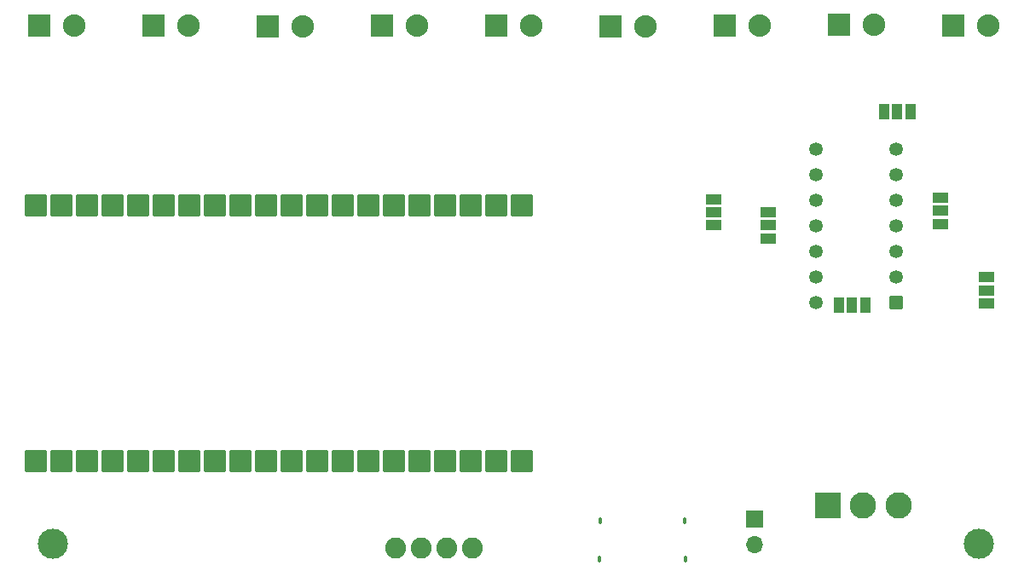
<source format=gbs>
G04 #@! TF.GenerationSoftware,KiCad,Pcbnew,7.0.6*
G04 #@! TF.CreationDate,2024-06-10T15:38:19+10:00*
G04 #@! TF.ProjectId,AnalogVoltMeterClock,416e616c-6f67-4566-9f6c-744d65746572,rev?*
G04 #@! TF.SameCoordinates,Original*
G04 #@! TF.FileFunction,Soldermask,Bot*
G04 #@! TF.FilePolarity,Negative*
%FSLAX46Y46*%
G04 Gerber Fmt 4.6, Leading zero omitted, Abs format (unit mm)*
G04 Created by KiCad (PCBNEW 7.0.6) date 2024-06-10 15:38:19*
%MOMM*%
%LPD*%
G01*
G04 APERTURE LIST*
G04 Aperture macros list*
%AMRoundRect*
0 Rectangle with rounded corners*
0 $1 Rounding radius*
0 $2 $3 $4 $5 $6 $7 $8 $9 X,Y pos of 4 corners*
0 Add a 4 corners polygon primitive as box body*
4,1,4,$2,$3,$4,$5,$6,$7,$8,$9,$2,$3,0*
0 Add four circle primitives for the rounded corners*
1,1,$1+$1,$2,$3*
1,1,$1+$1,$4,$5*
1,1,$1+$1,$6,$7*
1,1,$1+$1,$8,$9*
0 Add four rect primitives between the rounded corners*
20,1,$1+$1,$2,$3,$4,$5,0*
20,1,$1+$1,$4,$5,$6,$7,0*
20,1,$1+$1,$6,$7,$8,$9,0*
20,1,$1+$1,$8,$9,$2,$3,0*%
G04 Aperture macros list end*
%ADD10RoundRect,0.102000X-1.000000X1.000000X-1.000000X-1.000000X1.000000X-1.000000X1.000000X1.000000X0*%
%ADD11RoundRect,0.102000X0.570000X0.570000X-0.570000X0.570000X-0.570000X-0.570000X0.570000X-0.570000X0*%
%ADD12C,1.344000*%
%ADD13R,1.700000X1.700000*%
%ADD14O,1.700000X1.700000*%
%ADD15RoundRect,0.101600X-1.016000X-1.016000X1.016000X-1.016000X1.016000X1.016000X-1.016000X1.016000X0*%
%ADD16C,2.235200*%
%ADD17C,3.000000*%
%ADD18O,0.300000X0.800000*%
%ADD19RoundRect,0.101600X-1.206500X-1.206500X1.206500X-1.206500X1.206500X1.206500X-1.206500X1.206500X0*%
%ADD20C,2.616200*%
%ADD21C,2.082800*%
%ADD22R,1.000000X1.500000*%
%ADD23R,1.500000X1.000000*%
G04 APERTURE END LIST*
D10*
X127560000Y-92180000D03*
X125020000Y-92180000D03*
X122480000Y-92180000D03*
X119940000Y-92180000D03*
X117400000Y-92180000D03*
X114860000Y-92180000D03*
X112320000Y-92180000D03*
X109780000Y-92180000D03*
X107240000Y-92180000D03*
X104700000Y-92180000D03*
X102160000Y-92180000D03*
X99620000Y-92180000D03*
X97080000Y-92180000D03*
X94540000Y-92180000D03*
X92000000Y-92180000D03*
X89460000Y-92180000D03*
X86920000Y-92180000D03*
X84380000Y-92180000D03*
X81840000Y-92180000D03*
X79300000Y-92180000D03*
X79300000Y-117580000D03*
X81840000Y-117580000D03*
X84380000Y-117580000D03*
X86920000Y-117580000D03*
X89460000Y-117580000D03*
X92000000Y-117580000D03*
X94540000Y-117580000D03*
X97080000Y-117580000D03*
X99620000Y-117580000D03*
X102160000Y-117580000D03*
X104700000Y-117580000D03*
X107240000Y-117580000D03*
X109780000Y-117580000D03*
X112320000Y-117580000D03*
X114860000Y-117580000D03*
X117400000Y-117580000D03*
X119940000Y-117580000D03*
X122480000Y-117580000D03*
X125020000Y-117580000D03*
X127560000Y-117580000D03*
D11*
X164720000Y-101860000D03*
D12*
X164720000Y-99320000D03*
X164720000Y-96780000D03*
X164720000Y-94240000D03*
X164720000Y-91700000D03*
X164720000Y-89160000D03*
X164720000Y-86620000D03*
X156780000Y-86620000D03*
X156780000Y-89160000D03*
X156780000Y-91700000D03*
X156780000Y-94240000D03*
X156780000Y-96780000D03*
X156780000Y-99320000D03*
X156780000Y-101860000D03*
D13*
X150670000Y-123390000D03*
D14*
X150670000Y-125930000D03*
D15*
X147740000Y-74350000D03*
D16*
X151240000Y-74350000D03*
D15*
X79670000Y-74350000D03*
D16*
X83170000Y-74350000D03*
D15*
X113705000Y-74350000D03*
D16*
X117205000Y-74350000D03*
D15*
X159085000Y-74250000D03*
D16*
X162585000Y-74250000D03*
D17*
X173000000Y-125850000D03*
D15*
X125050000Y-74350000D03*
D16*
X128550000Y-74350000D03*
D18*
X135330000Y-127350000D03*
X135345000Y-123562500D03*
X143795000Y-123562500D03*
X143810000Y-127350000D03*
D15*
X91015000Y-74350000D03*
D16*
X94515000Y-74350000D03*
D19*
X158000000Y-121970000D03*
D20*
X161500000Y-121970000D03*
X165000000Y-121970000D03*
D15*
X136395000Y-74450000D03*
D16*
X139895000Y-74450000D03*
D21*
X122660000Y-126270000D03*
X120120000Y-126270000D03*
X117580000Y-126270000D03*
X115040000Y-126270000D03*
D15*
X170430000Y-74350000D03*
D16*
X173930000Y-74350000D03*
D17*
X81000000Y-125850000D03*
D15*
X102360000Y-74380000D03*
D16*
X105860000Y-74380000D03*
D22*
X161680000Y-102090000D03*
X160380000Y-102090000D03*
X159080000Y-102090000D03*
X163570000Y-82910000D03*
X164870000Y-82910000D03*
X166170000Y-82910000D03*
D23*
X146630000Y-91590000D03*
X146630000Y-92890000D03*
X146630000Y-94190000D03*
X173770000Y-99330000D03*
X173770000Y-100630000D03*
X173770000Y-101930000D03*
X169200000Y-94048600D03*
X169200000Y-92748600D03*
X169200000Y-91448600D03*
X152070000Y-95470000D03*
X152070000Y-94170000D03*
X152070000Y-92870000D03*
M02*

</source>
